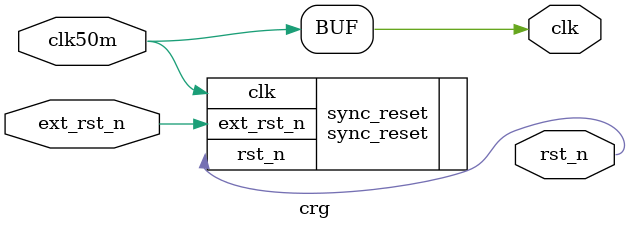
<source format=sv>
/* Clock and reset generator */

`default_nettype none

module crg (
    input  wire clk50m,
    input  wire ext_rst_n,
    output wire rst_n,
    output wire clk
);

  assign clk = clk50m;

  sync_reset sync_reset (
      .clk      (clk),
      .ext_rst_n(ext_rst_n),
      .rst_n
  );
endmodule

`resetall

</source>
